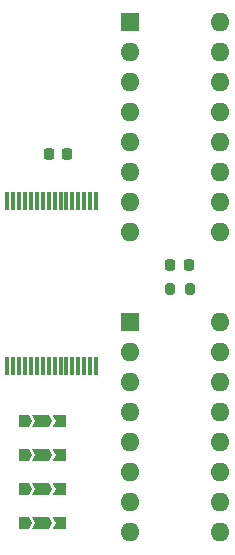
<source format=gbr>
%TF.GenerationSoftware,KiCad,Pcbnew,(7.0.0)*%
%TF.CreationDate,2023-08-04T20:04:38+01:00*%
%TF.ProjectId,DataIODecode,44617461-494f-4446-9563-6f64652e6b69,rev?*%
%TF.SameCoordinates,Original*%
%TF.FileFunction,Soldermask,Top*%
%TF.FilePolarity,Negative*%
%FSLAX46Y46*%
G04 Gerber Fmt 4.6, Leading zero omitted, Abs format (unit mm)*
G04 Created by KiCad (PCBNEW (7.0.0)) date 2023-08-04 20:04:38*
%MOMM*%
%LPD*%
G01*
G04 APERTURE LIST*
G04 Aperture macros list*
%AMRoundRect*
0 Rectangle with rounded corners*
0 $1 Rounding radius*
0 $2 $3 $4 $5 $6 $7 $8 $9 X,Y pos of 4 corners*
0 Add a 4 corners polygon primitive as box body*
4,1,4,$2,$3,$4,$5,$6,$7,$8,$9,$2,$3,0*
0 Add four circle primitives for the rounded corners*
1,1,$1+$1,$2,$3*
1,1,$1+$1,$4,$5*
1,1,$1+$1,$6,$7*
1,1,$1+$1,$8,$9*
0 Add four rect primitives between the rounded corners*
20,1,$1+$1,$2,$3,$4,$5,0*
20,1,$1+$1,$4,$5,$6,$7,0*
20,1,$1+$1,$6,$7,$8,$9,0*
20,1,$1+$1,$8,$9,$2,$3,0*%
%AMFreePoly0*
4,1,28,0.437580,0.475466,0.437668,0.475471,0.437749,0.475396,0.437854,0.475354,0.437887,0.475272,0.437952,0.475214,0.662952,0.000214,0.662953,0.000188,0.662972,0.000168,0.662963,0.000000,0.662972,-0.000168,0.662953,-0.000188,0.662952,-0.000214,0.437952,-0.475214,0.437887,-0.475272,0.437854,-0.475354,0.437749,-0.475396,0.437668,-0.475471,0.437580,-0.475466,0.437500,-0.475500,
-0.462500,-0.475500,-0.462854,-0.475354,-0.463000,-0.475000,-0.463000,0.475000,-0.462854,0.475354,-0.462500,0.475500,0.437500,0.475500,0.437580,0.475466,0.437580,0.475466,$1*%
%AMFreePoly1*
4,1,45,0.592573,0.475469,0.592656,0.475476,0.592745,0.475398,0.592854,0.475354,0.592885,0.475277,0.592946,0.475225,0.832946,0.000225,0.832948,0.000187,0.832976,0.000156,0.832963,0.000000,0.832976,-0.000156,0.832948,-0.000187,0.832946,-0.000225,0.592946,-0.475225,0.592885,-0.475277,0.592854,-0.475354,0.592745,-0.475398,0.592656,-0.475476,0.592573,-0.475469,0.592500,-0.475500,
-0.837500,-0.475500,-0.837602,-0.475457,-0.837714,-0.475452,-0.837772,-0.475387,-0.837854,-0.475354,-0.837896,-0.475249,-0.837971,-0.475168,-0.837966,-0.475080,-0.838000,-0.475000,-0.837957,-0.474897,-0.837952,-0.474786,-0.613053,0.000000,-0.837952,0.474786,-0.837957,0.474897,-0.838000,0.475000,-0.837966,0.475080,-0.837971,0.475168,-0.837896,0.475249,-0.837854,0.475354,-0.837772,0.475387,
-0.837714,0.475452,-0.837602,0.475457,-0.837500,0.475500,0.592500,0.475500,0.592573,0.475469,0.592573,0.475469,$1*%
%AMFreePoly2*
4,1,30,0.437854,0.475354,0.438000,0.475000,0.438000,-0.475000,0.437854,-0.475354,0.437500,-0.475500,-0.682500,-0.475500,-0.682608,-0.475455,-0.682725,-0.475446,-0.682777,-0.475385,-0.682854,-0.475354,-0.682898,-0.475245,-0.682976,-0.475156,-0.682969,-0.475073,-0.683000,-0.475000,-0.682955,-0.474891,-0.682946,-0.474775,-0.443060,0.000000,-0.682946,0.474775,-0.682955,0.474891,-0.683000,0.475000,
-0.682969,0.475073,-0.682976,0.475156,-0.682898,0.475245,-0.682854,0.475354,-0.682777,0.475385,-0.682725,0.475446,-0.682608,0.475455,-0.682500,0.475500,0.437500,0.475500,0.437854,0.475354,0.437854,0.475354,$1*%
G04 Aperture macros list end*
%ADD10FreePoly0,0.000000*%
%ADD11FreePoly1,0.000000*%
%ADD12FreePoly2,0.000000*%
%ADD13R,0.300000X1.500000*%
%ADD14RoundRect,0.218750X-0.218750X-0.256250X0.218750X-0.256250X0.218750X0.256250X-0.218750X0.256250X0*%
%ADD15RoundRect,0.200000X0.200000X0.275000X-0.200000X0.275000X-0.200000X-0.275000X0.200000X-0.275000X0*%
%ADD16R,1.600000X1.600000*%
%ADD17O,1.600000X1.600000*%
%ADD18RoundRect,0.225000X-0.225000X-0.250000X0.225000X-0.250000X0.225000X0.250000X-0.225000X0.250000X0*%
G04 APERTURE END LIST*
D10*
%TO.C,J3*%
X136574300Y-109304666D03*
D11*
X138149300Y-109304666D03*
D12*
X139724300Y-109304666D03*
%TD*%
D10*
%TO.C,J2*%
X136574300Y-112183332D03*
D11*
X138149300Y-112183332D03*
D12*
X139724300Y-112183332D03*
%TD*%
D13*
%TO.C,U1*%
X142687999Y-87741999D03*
X142187999Y-87741999D03*
X141687999Y-87741999D03*
X141187999Y-87741999D03*
X140687999Y-87741999D03*
X140187999Y-87741999D03*
X139687999Y-87741999D03*
X139187999Y-87741999D03*
X138687999Y-87741999D03*
X138187999Y-87741999D03*
X137687999Y-87741999D03*
X137187999Y-87741999D03*
X136687999Y-87741999D03*
X136187999Y-87741999D03*
X135687999Y-87741999D03*
X135187999Y-87741999D03*
X135187999Y-101741999D03*
X135687999Y-101741999D03*
X136187999Y-101741999D03*
X136687999Y-101741999D03*
X137187999Y-101741999D03*
X137687999Y-101741999D03*
X138187999Y-101741999D03*
X138687999Y-101741999D03*
X139187999Y-101741999D03*
X139687999Y-101741999D03*
X140187999Y-101741999D03*
X140687999Y-101741999D03*
X141187999Y-101741999D03*
X141687999Y-101741999D03*
X142187999Y-101741999D03*
X142687999Y-101741999D03*
%TD*%
D10*
%TO.C,J4*%
X136574300Y-106426000D03*
D11*
X138149300Y-106426000D03*
D12*
X139724300Y-106426000D03*
%TD*%
D14*
%TO.C,D1*%
X148970900Y-93218000D03*
X150545900Y-93218000D03*
%TD*%
D10*
%TO.C,J1*%
X136574300Y-115062000D03*
D11*
X138149300Y-115062000D03*
D12*
X139724300Y-115062000D03*
%TD*%
D15*
%TO.C,R1*%
X150634200Y-95250000D03*
X148984200Y-95250000D03*
%TD*%
D16*
%TO.C,J19*%
X145541999Y-98043999D03*
D17*
X145541999Y-100583999D03*
X145541999Y-103123999D03*
X145541999Y-105663999D03*
X145541999Y-108203999D03*
X145541999Y-110743999D03*
X145541999Y-113283999D03*
X145541999Y-115823999D03*
X153161999Y-115823999D03*
X153161999Y-113283999D03*
X153161999Y-110743999D03*
X153161999Y-108203999D03*
X153161999Y-105663999D03*
X153161999Y-103123999D03*
X153161999Y-100583999D03*
X153161999Y-98043999D03*
%TD*%
D18*
%TO.C,C1*%
X138671000Y-83820000D03*
X140221000Y-83820000D03*
%TD*%
D16*
%TO.C,J14*%
X145541999Y-72643999D03*
D17*
X145541999Y-75183999D03*
X145541999Y-77723999D03*
X145541999Y-80263999D03*
X145541999Y-82803999D03*
X145541999Y-85343999D03*
X145541999Y-87883999D03*
X145541999Y-90423999D03*
X153161999Y-90423999D03*
X153161999Y-87883999D03*
X153161999Y-85343999D03*
X153161999Y-82803999D03*
X153161999Y-80263999D03*
X153161999Y-77723999D03*
X153161999Y-75183999D03*
X153161999Y-72643999D03*
%TD*%
M02*

</source>
